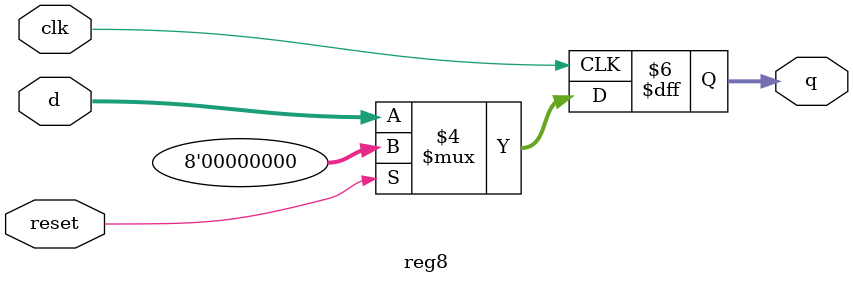
<source format=v>
module reg8(d, clk, reset, q);
input [7:0] d;
input clk, reset;
output [7:0] q;
reg [7:0] q;


always @ (posedge clk)
begin
	if(reset == 1'b1)
		q <= 8'b0;
	else
		q <= d;

end
endmodule


</source>
